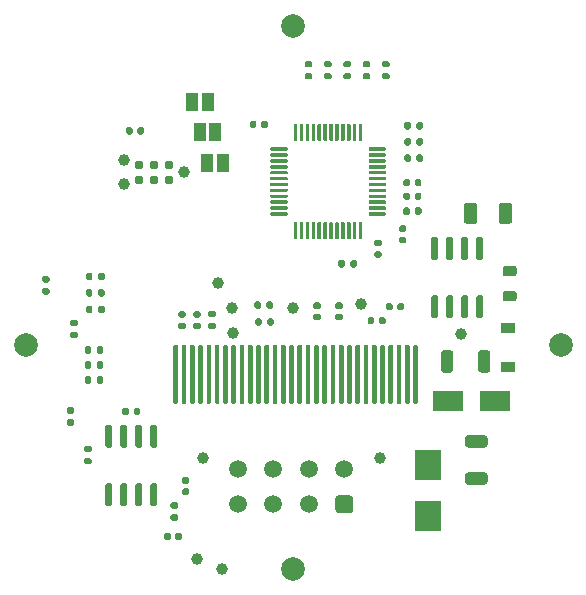
<source format=gbr>
%TF.GenerationSoftware,KiCad,Pcbnew,(5.1.10)-1*%
%TF.CreationDate,2022-02-14T20:34:47-05:00*%
%TF.ProjectId,CAN_Gauge,43414e5f-4761-4756-9765-2e6b69636164,rev?*%
%TF.SameCoordinates,Original*%
%TF.FileFunction,Soldermask,Top*%
%TF.FilePolarity,Negative*%
%FSLAX46Y46*%
G04 Gerber Fmt 4.6, Leading zero omitted, Abs format (unit mm)*
G04 Created by KiCad (PCBNEW (5.1.10)-1) date 2022-02-14 20:34:47*
%MOMM*%
%LPD*%
G01*
G04 APERTURE LIST*
%ADD10R,1.000000X1.500000*%
%ADD11C,1.000000*%
%ADD12C,0.787400*%
%ADD13C,0.990600*%
%ADD14R,1.200000X0.900000*%
%ADD15C,1.500000*%
%ADD16C,2.000000*%
%ADD17R,2.300000X2.500000*%
%ADD18R,2.500000X1.800000*%
G04 APERTURE END LIST*
%TO.C,C12*%
G36*
G01*
X119692800Y-80325000D02*
X119692800Y-80665000D01*
G75*
G02*
X119552800Y-80805000I-140000J0D01*
G01*
X119272800Y-80805000D01*
G75*
G02*
X119132800Y-80665000I0J140000D01*
G01*
X119132800Y-80325000D01*
G75*
G02*
X119272800Y-80185000I140000J0D01*
G01*
X119552800Y-80185000D01*
G75*
G02*
X119692800Y-80325000I0J-140000D01*
G01*
G37*
G36*
G01*
X120652800Y-80325000D02*
X120652800Y-80665000D01*
G75*
G02*
X120512800Y-80805000I-140000J0D01*
G01*
X120232800Y-80805000D01*
G75*
G02*
X120092800Y-80665000I0J140000D01*
G01*
X120092800Y-80325000D01*
G75*
G02*
X120232800Y-80185000I140000J0D01*
G01*
X120512800Y-80185000D01*
G75*
G02*
X120652800Y-80325000I0J-140000D01*
G01*
G37*
%TD*%
D10*
%TO.C,JP6*%
X127324600Y-83174700D03*
X126024600Y-83174700D03*
%TD*%
%TO.C,JP5*%
X126691900Y-80622000D03*
X125391900Y-80622000D03*
%TD*%
%TO.C,JP4*%
X124754600Y-78056600D03*
X126054600Y-78056600D03*
%TD*%
%TO.C,U1*%
G36*
G01*
X139150400Y-88287600D02*
X139150400Y-89612600D01*
G75*
G02*
X139075400Y-89687600I-75000J0D01*
G01*
X138925400Y-89687600D01*
G75*
G02*
X138850400Y-89612600I0J75000D01*
G01*
X138850400Y-88287600D01*
G75*
G02*
X138925400Y-88212600I75000J0D01*
G01*
X139075400Y-88212600D01*
G75*
G02*
X139150400Y-88287600I0J-75000D01*
G01*
G37*
G36*
G01*
X138650400Y-88287600D02*
X138650400Y-89612600D01*
G75*
G02*
X138575400Y-89687600I-75000J0D01*
G01*
X138425400Y-89687600D01*
G75*
G02*
X138350400Y-89612600I0J75000D01*
G01*
X138350400Y-88287600D01*
G75*
G02*
X138425400Y-88212600I75000J0D01*
G01*
X138575400Y-88212600D01*
G75*
G02*
X138650400Y-88287600I0J-75000D01*
G01*
G37*
G36*
G01*
X138150400Y-88287600D02*
X138150400Y-89612600D01*
G75*
G02*
X138075400Y-89687600I-75000J0D01*
G01*
X137925400Y-89687600D01*
G75*
G02*
X137850400Y-89612600I0J75000D01*
G01*
X137850400Y-88287600D01*
G75*
G02*
X137925400Y-88212600I75000J0D01*
G01*
X138075400Y-88212600D01*
G75*
G02*
X138150400Y-88287600I0J-75000D01*
G01*
G37*
G36*
G01*
X137650400Y-88287600D02*
X137650400Y-89612600D01*
G75*
G02*
X137575400Y-89687600I-75000J0D01*
G01*
X137425400Y-89687600D01*
G75*
G02*
X137350400Y-89612600I0J75000D01*
G01*
X137350400Y-88287600D01*
G75*
G02*
X137425400Y-88212600I75000J0D01*
G01*
X137575400Y-88212600D01*
G75*
G02*
X137650400Y-88287600I0J-75000D01*
G01*
G37*
G36*
G01*
X137150400Y-88287600D02*
X137150400Y-89612600D01*
G75*
G02*
X137075400Y-89687600I-75000J0D01*
G01*
X136925400Y-89687600D01*
G75*
G02*
X136850400Y-89612600I0J75000D01*
G01*
X136850400Y-88287600D01*
G75*
G02*
X136925400Y-88212600I75000J0D01*
G01*
X137075400Y-88212600D01*
G75*
G02*
X137150400Y-88287600I0J-75000D01*
G01*
G37*
G36*
G01*
X136650400Y-88287600D02*
X136650400Y-89612600D01*
G75*
G02*
X136575400Y-89687600I-75000J0D01*
G01*
X136425400Y-89687600D01*
G75*
G02*
X136350400Y-89612600I0J75000D01*
G01*
X136350400Y-88287600D01*
G75*
G02*
X136425400Y-88212600I75000J0D01*
G01*
X136575400Y-88212600D01*
G75*
G02*
X136650400Y-88287600I0J-75000D01*
G01*
G37*
G36*
G01*
X136150400Y-88287600D02*
X136150400Y-89612600D01*
G75*
G02*
X136075400Y-89687600I-75000J0D01*
G01*
X135925400Y-89687600D01*
G75*
G02*
X135850400Y-89612600I0J75000D01*
G01*
X135850400Y-88287600D01*
G75*
G02*
X135925400Y-88212600I75000J0D01*
G01*
X136075400Y-88212600D01*
G75*
G02*
X136150400Y-88287600I0J-75000D01*
G01*
G37*
G36*
G01*
X135650400Y-88287600D02*
X135650400Y-89612600D01*
G75*
G02*
X135575400Y-89687600I-75000J0D01*
G01*
X135425400Y-89687600D01*
G75*
G02*
X135350400Y-89612600I0J75000D01*
G01*
X135350400Y-88287600D01*
G75*
G02*
X135425400Y-88212600I75000J0D01*
G01*
X135575400Y-88212600D01*
G75*
G02*
X135650400Y-88287600I0J-75000D01*
G01*
G37*
G36*
G01*
X135150400Y-88287600D02*
X135150400Y-89612600D01*
G75*
G02*
X135075400Y-89687600I-75000J0D01*
G01*
X134925400Y-89687600D01*
G75*
G02*
X134850400Y-89612600I0J75000D01*
G01*
X134850400Y-88287600D01*
G75*
G02*
X134925400Y-88212600I75000J0D01*
G01*
X135075400Y-88212600D01*
G75*
G02*
X135150400Y-88287600I0J-75000D01*
G01*
G37*
G36*
G01*
X134650400Y-88287600D02*
X134650400Y-89612600D01*
G75*
G02*
X134575400Y-89687600I-75000J0D01*
G01*
X134425400Y-89687600D01*
G75*
G02*
X134350400Y-89612600I0J75000D01*
G01*
X134350400Y-88287600D01*
G75*
G02*
X134425400Y-88212600I75000J0D01*
G01*
X134575400Y-88212600D01*
G75*
G02*
X134650400Y-88287600I0J-75000D01*
G01*
G37*
G36*
G01*
X134150400Y-88287600D02*
X134150400Y-89612600D01*
G75*
G02*
X134075400Y-89687600I-75000J0D01*
G01*
X133925400Y-89687600D01*
G75*
G02*
X133850400Y-89612600I0J75000D01*
G01*
X133850400Y-88287600D01*
G75*
G02*
X133925400Y-88212600I75000J0D01*
G01*
X134075400Y-88212600D01*
G75*
G02*
X134150400Y-88287600I0J-75000D01*
G01*
G37*
G36*
G01*
X133650400Y-88287600D02*
X133650400Y-89612600D01*
G75*
G02*
X133575400Y-89687600I-75000J0D01*
G01*
X133425400Y-89687600D01*
G75*
G02*
X133350400Y-89612600I0J75000D01*
G01*
X133350400Y-88287600D01*
G75*
G02*
X133425400Y-88212600I75000J0D01*
G01*
X133575400Y-88212600D01*
G75*
G02*
X133650400Y-88287600I0J-75000D01*
G01*
G37*
G36*
G01*
X132825400Y-87462600D02*
X132825400Y-87612600D01*
G75*
G02*
X132750400Y-87687600I-75000J0D01*
G01*
X131425400Y-87687600D01*
G75*
G02*
X131350400Y-87612600I0J75000D01*
G01*
X131350400Y-87462600D01*
G75*
G02*
X131425400Y-87387600I75000J0D01*
G01*
X132750400Y-87387600D01*
G75*
G02*
X132825400Y-87462600I0J-75000D01*
G01*
G37*
G36*
G01*
X132825400Y-86962600D02*
X132825400Y-87112600D01*
G75*
G02*
X132750400Y-87187600I-75000J0D01*
G01*
X131425400Y-87187600D01*
G75*
G02*
X131350400Y-87112600I0J75000D01*
G01*
X131350400Y-86962600D01*
G75*
G02*
X131425400Y-86887600I75000J0D01*
G01*
X132750400Y-86887600D01*
G75*
G02*
X132825400Y-86962600I0J-75000D01*
G01*
G37*
G36*
G01*
X132825400Y-86462600D02*
X132825400Y-86612600D01*
G75*
G02*
X132750400Y-86687600I-75000J0D01*
G01*
X131425400Y-86687600D01*
G75*
G02*
X131350400Y-86612600I0J75000D01*
G01*
X131350400Y-86462600D01*
G75*
G02*
X131425400Y-86387600I75000J0D01*
G01*
X132750400Y-86387600D01*
G75*
G02*
X132825400Y-86462600I0J-75000D01*
G01*
G37*
G36*
G01*
X132825400Y-85962600D02*
X132825400Y-86112600D01*
G75*
G02*
X132750400Y-86187600I-75000J0D01*
G01*
X131425400Y-86187600D01*
G75*
G02*
X131350400Y-86112600I0J75000D01*
G01*
X131350400Y-85962600D01*
G75*
G02*
X131425400Y-85887600I75000J0D01*
G01*
X132750400Y-85887600D01*
G75*
G02*
X132825400Y-85962600I0J-75000D01*
G01*
G37*
G36*
G01*
X132825400Y-85462600D02*
X132825400Y-85612600D01*
G75*
G02*
X132750400Y-85687600I-75000J0D01*
G01*
X131425400Y-85687600D01*
G75*
G02*
X131350400Y-85612600I0J75000D01*
G01*
X131350400Y-85462600D01*
G75*
G02*
X131425400Y-85387600I75000J0D01*
G01*
X132750400Y-85387600D01*
G75*
G02*
X132825400Y-85462600I0J-75000D01*
G01*
G37*
G36*
G01*
X132825400Y-84962600D02*
X132825400Y-85112600D01*
G75*
G02*
X132750400Y-85187600I-75000J0D01*
G01*
X131425400Y-85187600D01*
G75*
G02*
X131350400Y-85112600I0J75000D01*
G01*
X131350400Y-84962600D01*
G75*
G02*
X131425400Y-84887600I75000J0D01*
G01*
X132750400Y-84887600D01*
G75*
G02*
X132825400Y-84962600I0J-75000D01*
G01*
G37*
G36*
G01*
X132825400Y-84462600D02*
X132825400Y-84612600D01*
G75*
G02*
X132750400Y-84687600I-75000J0D01*
G01*
X131425400Y-84687600D01*
G75*
G02*
X131350400Y-84612600I0J75000D01*
G01*
X131350400Y-84462600D01*
G75*
G02*
X131425400Y-84387600I75000J0D01*
G01*
X132750400Y-84387600D01*
G75*
G02*
X132825400Y-84462600I0J-75000D01*
G01*
G37*
G36*
G01*
X132825400Y-83962600D02*
X132825400Y-84112600D01*
G75*
G02*
X132750400Y-84187600I-75000J0D01*
G01*
X131425400Y-84187600D01*
G75*
G02*
X131350400Y-84112600I0J75000D01*
G01*
X131350400Y-83962600D01*
G75*
G02*
X131425400Y-83887600I75000J0D01*
G01*
X132750400Y-83887600D01*
G75*
G02*
X132825400Y-83962600I0J-75000D01*
G01*
G37*
G36*
G01*
X132825400Y-83462600D02*
X132825400Y-83612600D01*
G75*
G02*
X132750400Y-83687600I-75000J0D01*
G01*
X131425400Y-83687600D01*
G75*
G02*
X131350400Y-83612600I0J75000D01*
G01*
X131350400Y-83462600D01*
G75*
G02*
X131425400Y-83387600I75000J0D01*
G01*
X132750400Y-83387600D01*
G75*
G02*
X132825400Y-83462600I0J-75000D01*
G01*
G37*
G36*
G01*
X132825400Y-82962600D02*
X132825400Y-83112600D01*
G75*
G02*
X132750400Y-83187600I-75000J0D01*
G01*
X131425400Y-83187600D01*
G75*
G02*
X131350400Y-83112600I0J75000D01*
G01*
X131350400Y-82962600D01*
G75*
G02*
X131425400Y-82887600I75000J0D01*
G01*
X132750400Y-82887600D01*
G75*
G02*
X132825400Y-82962600I0J-75000D01*
G01*
G37*
G36*
G01*
X132825400Y-82462600D02*
X132825400Y-82612600D01*
G75*
G02*
X132750400Y-82687600I-75000J0D01*
G01*
X131425400Y-82687600D01*
G75*
G02*
X131350400Y-82612600I0J75000D01*
G01*
X131350400Y-82462600D01*
G75*
G02*
X131425400Y-82387600I75000J0D01*
G01*
X132750400Y-82387600D01*
G75*
G02*
X132825400Y-82462600I0J-75000D01*
G01*
G37*
G36*
G01*
X132825400Y-81962600D02*
X132825400Y-82112600D01*
G75*
G02*
X132750400Y-82187600I-75000J0D01*
G01*
X131425400Y-82187600D01*
G75*
G02*
X131350400Y-82112600I0J75000D01*
G01*
X131350400Y-81962600D01*
G75*
G02*
X131425400Y-81887600I75000J0D01*
G01*
X132750400Y-81887600D01*
G75*
G02*
X132825400Y-81962600I0J-75000D01*
G01*
G37*
G36*
G01*
X133650400Y-79962600D02*
X133650400Y-81287600D01*
G75*
G02*
X133575400Y-81362600I-75000J0D01*
G01*
X133425400Y-81362600D01*
G75*
G02*
X133350400Y-81287600I0J75000D01*
G01*
X133350400Y-79962600D01*
G75*
G02*
X133425400Y-79887600I75000J0D01*
G01*
X133575400Y-79887600D01*
G75*
G02*
X133650400Y-79962600I0J-75000D01*
G01*
G37*
G36*
G01*
X134150400Y-79962600D02*
X134150400Y-81287600D01*
G75*
G02*
X134075400Y-81362600I-75000J0D01*
G01*
X133925400Y-81362600D01*
G75*
G02*
X133850400Y-81287600I0J75000D01*
G01*
X133850400Y-79962600D01*
G75*
G02*
X133925400Y-79887600I75000J0D01*
G01*
X134075400Y-79887600D01*
G75*
G02*
X134150400Y-79962600I0J-75000D01*
G01*
G37*
G36*
G01*
X134650400Y-79962600D02*
X134650400Y-81287600D01*
G75*
G02*
X134575400Y-81362600I-75000J0D01*
G01*
X134425400Y-81362600D01*
G75*
G02*
X134350400Y-81287600I0J75000D01*
G01*
X134350400Y-79962600D01*
G75*
G02*
X134425400Y-79887600I75000J0D01*
G01*
X134575400Y-79887600D01*
G75*
G02*
X134650400Y-79962600I0J-75000D01*
G01*
G37*
G36*
G01*
X135150400Y-79962600D02*
X135150400Y-81287600D01*
G75*
G02*
X135075400Y-81362600I-75000J0D01*
G01*
X134925400Y-81362600D01*
G75*
G02*
X134850400Y-81287600I0J75000D01*
G01*
X134850400Y-79962600D01*
G75*
G02*
X134925400Y-79887600I75000J0D01*
G01*
X135075400Y-79887600D01*
G75*
G02*
X135150400Y-79962600I0J-75000D01*
G01*
G37*
G36*
G01*
X135650400Y-79962600D02*
X135650400Y-81287600D01*
G75*
G02*
X135575400Y-81362600I-75000J0D01*
G01*
X135425400Y-81362600D01*
G75*
G02*
X135350400Y-81287600I0J75000D01*
G01*
X135350400Y-79962600D01*
G75*
G02*
X135425400Y-79887600I75000J0D01*
G01*
X135575400Y-79887600D01*
G75*
G02*
X135650400Y-79962600I0J-75000D01*
G01*
G37*
G36*
G01*
X136150400Y-79962600D02*
X136150400Y-81287600D01*
G75*
G02*
X136075400Y-81362600I-75000J0D01*
G01*
X135925400Y-81362600D01*
G75*
G02*
X135850400Y-81287600I0J75000D01*
G01*
X135850400Y-79962600D01*
G75*
G02*
X135925400Y-79887600I75000J0D01*
G01*
X136075400Y-79887600D01*
G75*
G02*
X136150400Y-79962600I0J-75000D01*
G01*
G37*
G36*
G01*
X136650400Y-79962600D02*
X136650400Y-81287600D01*
G75*
G02*
X136575400Y-81362600I-75000J0D01*
G01*
X136425400Y-81362600D01*
G75*
G02*
X136350400Y-81287600I0J75000D01*
G01*
X136350400Y-79962600D01*
G75*
G02*
X136425400Y-79887600I75000J0D01*
G01*
X136575400Y-79887600D01*
G75*
G02*
X136650400Y-79962600I0J-75000D01*
G01*
G37*
G36*
G01*
X137150400Y-79962600D02*
X137150400Y-81287600D01*
G75*
G02*
X137075400Y-81362600I-75000J0D01*
G01*
X136925400Y-81362600D01*
G75*
G02*
X136850400Y-81287600I0J75000D01*
G01*
X136850400Y-79962600D01*
G75*
G02*
X136925400Y-79887600I75000J0D01*
G01*
X137075400Y-79887600D01*
G75*
G02*
X137150400Y-79962600I0J-75000D01*
G01*
G37*
G36*
G01*
X137650400Y-79962600D02*
X137650400Y-81287600D01*
G75*
G02*
X137575400Y-81362600I-75000J0D01*
G01*
X137425400Y-81362600D01*
G75*
G02*
X137350400Y-81287600I0J75000D01*
G01*
X137350400Y-79962600D01*
G75*
G02*
X137425400Y-79887600I75000J0D01*
G01*
X137575400Y-79887600D01*
G75*
G02*
X137650400Y-79962600I0J-75000D01*
G01*
G37*
G36*
G01*
X138150400Y-79962600D02*
X138150400Y-81287600D01*
G75*
G02*
X138075400Y-81362600I-75000J0D01*
G01*
X137925400Y-81362600D01*
G75*
G02*
X137850400Y-81287600I0J75000D01*
G01*
X137850400Y-79962600D01*
G75*
G02*
X137925400Y-79887600I75000J0D01*
G01*
X138075400Y-79887600D01*
G75*
G02*
X138150400Y-79962600I0J-75000D01*
G01*
G37*
G36*
G01*
X138650400Y-79962600D02*
X138650400Y-81287600D01*
G75*
G02*
X138575400Y-81362600I-75000J0D01*
G01*
X138425400Y-81362600D01*
G75*
G02*
X138350400Y-81287600I0J75000D01*
G01*
X138350400Y-79962600D01*
G75*
G02*
X138425400Y-79887600I75000J0D01*
G01*
X138575400Y-79887600D01*
G75*
G02*
X138650400Y-79962600I0J-75000D01*
G01*
G37*
G36*
G01*
X139150400Y-79962600D02*
X139150400Y-81287600D01*
G75*
G02*
X139075400Y-81362600I-75000J0D01*
G01*
X138925400Y-81362600D01*
G75*
G02*
X138850400Y-81287600I0J75000D01*
G01*
X138850400Y-79962600D01*
G75*
G02*
X138925400Y-79887600I75000J0D01*
G01*
X139075400Y-79887600D01*
G75*
G02*
X139150400Y-79962600I0J-75000D01*
G01*
G37*
G36*
G01*
X141150400Y-81962600D02*
X141150400Y-82112600D01*
G75*
G02*
X141075400Y-82187600I-75000J0D01*
G01*
X139750400Y-82187600D01*
G75*
G02*
X139675400Y-82112600I0J75000D01*
G01*
X139675400Y-81962600D01*
G75*
G02*
X139750400Y-81887600I75000J0D01*
G01*
X141075400Y-81887600D01*
G75*
G02*
X141150400Y-81962600I0J-75000D01*
G01*
G37*
G36*
G01*
X141150400Y-82462600D02*
X141150400Y-82612600D01*
G75*
G02*
X141075400Y-82687600I-75000J0D01*
G01*
X139750400Y-82687600D01*
G75*
G02*
X139675400Y-82612600I0J75000D01*
G01*
X139675400Y-82462600D01*
G75*
G02*
X139750400Y-82387600I75000J0D01*
G01*
X141075400Y-82387600D01*
G75*
G02*
X141150400Y-82462600I0J-75000D01*
G01*
G37*
G36*
G01*
X141150400Y-82962600D02*
X141150400Y-83112600D01*
G75*
G02*
X141075400Y-83187600I-75000J0D01*
G01*
X139750400Y-83187600D01*
G75*
G02*
X139675400Y-83112600I0J75000D01*
G01*
X139675400Y-82962600D01*
G75*
G02*
X139750400Y-82887600I75000J0D01*
G01*
X141075400Y-82887600D01*
G75*
G02*
X141150400Y-82962600I0J-75000D01*
G01*
G37*
G36*
G01*
X141150400Y-83462600D02*
X141150400Y-83612600D01*
G75*
G02*
X141075400Y-83687600I-75000J0D01*
G01*
X139750400Y-83687600D01*
G75*
G02*
X139675400Y-83612600I0J75000D01*
G01*
X139675400Y-83462600D01*
G75*
G02*
X139750400Y-83387600I75000J0D01*
G01*
X141075400Y-83387600D01*
G75*
G02*
X141150400Y-83462600I0J-75000D01*
G01*
G37*
G36*
G01*
X141150400Y-83962600D02*
X141150400Y-84112600D01*
G75*
G02*
X141075400Y-84187600I-75000J0D01*
G01*
X139750400Y-84187600D01*
G75*
G02*
X139675400Y-84112600I0J75000D01*
G01*
X139675400Y-83962600D01*
G75*
G02*
X139750400Y-83887600I75000J0D01*
G01*
X141075400Y-83887600D01*
G75*
G02*
X141150400Y-83962600I0J-75000D01*
G01*
G37*
G36*
G01*
X141150400Y-84462600D02*
X141150400Y-84612600D01*
G75*
G02*
X141075400Y-84687600I-75000J0D01*
G01*
X139750400Y-84687600D01*
G75*
G02*
X139675400Y-84612600I0J75000D01*
G01*
X139675400Y-84462600D01*
G75*
G02*
X139750400Y-84387600I75000J0D01*
G01*
X141075400Y-84387600D01*
G75*
G02*
X141150400Y-84462600I0J-75000D01*
G01*
G37*
G36*
G01*
X141150400Y-84962600D02*
X141150400Y-85112600D01*
G75*
G02*
X141075400Y-85187600I-75000J0D01*
G01*
X139750400Y-85187600D01*
G75*
G02*
X139675400Y-85112600I0J75000D01*
G01*
X139675400Y-84962600D01*
G75*
G02*
X139750400Y-84887600I75000J0D01*
G01*
X141075400Y-84887600D01*
G75*
G02*
X141150400Y-84962600I0J-75000D01*
G01*
G37*
G36*
G01*
X141150400Y-85462600D02*
X141150400Y-85612600D01*
G75*
G02*
X141075400Y-85687600I-75000J0D01*
G01*
X139750400Y-85687600D01*
G75*
G02*
X139675400Y-85612600I0J75000D01*
G01*
X139675400Y-85462600D01*
G75*
G02*
X139750400Y-85387600I75000J0D01*
G01*
X141075400Y-85387600D01*
G75*
G02*
X141150400Y-85462600I0J-75000D01*
G01*
G37*
G36*
G01*
X141150400Y-85962600D02*
X141150400Y-86112600D01*
G75*
G02*
X141075400Y-86187600I-75000J0D01*
G01*
X139750400Y-86187600D01*
G75*
G02*
X139675400Y-86112600I0J75000D01*
G01*
X139675400Y-85962600D01*
G75*
G02*
X139750400Y-85887600I75000J0D01*
G01*
X141075400Y-85887600D01*
G75*
G02*
X141150400Y-85962600I0J-75000D01*
G01*
G37*
G36*
G01*
X141150400Y-86462600D02*
X141150400Y-86612600D01*
G75*
G02*
X141075400Y-86687600I-75000J0D01*
G01*
X139750400Y-86687600D01*
G75*
G02*
X139675400Y-86612600I0J75000D01*
G01*
X139675400Y-86462600D01*
G75*
G02*
X139750400Y-86387600I75000J0D01*
G01*
X141075400Y-86387600D01*
G75*
G02*
X141150400Y-86462600I0J-75000D01*
G01*
G37*
G36*
G01*
X141150400Y-86962600D02*
X141150400Y-87112600D01*
G75*
G02*
X141075400Y-87187600I-75000J0D01*
G01*
X139750400Y-87187600D01*
G75*
G02*
X139675400Y-87112600I0J75000D01*
G01*
X139675400Y-86962600D01*
G75*
G02*
X139750400Y-86887600I75000J0D01*
G01*
X141075400Y-86887600D01*
G75*
G02*
X141150400Y-86962600I0J-75000D01*
G01*
G37*
G36*
G01*
X141150400Y-87462600D02*
X141150400Y-87612600D01*
G75*
G02*
X141075400Y-87687600I-75000J0D01*
G01*
X139750400Y-87687600D01*
G75*
G02*
X139675400Y-87612600I0J75000D01*
G01*
X139675400Y-87462600D01*
G75*
G02*
X139750400Y-87387600I75000J0D01*
G01*
X141075400Y-87387600D01*
G75*
G02*
X141150400Y-87462600I0J-75000D01*
G01*
G37*
%TD*%
%TO.C,C6*%
G36*
G01*
X142392300Y-89458000D02*
X142732300Y-89458000D01*
G75*
G02*
X142872300Y-89598000I0J-140000D01*
G01*
X142872300Y-89878000D01*
G75*
G02*
X142732300Y-90018000I-140000J0D01*
G01*
X142392300Y-90018000D01*
G75*
G02*
X142252300Y-89878000I0J140000D01*
G01*
X142252300Y-89598000D01*
G75*
G02*
X142392300Y-89458000I140000J0D01*
G01*
G37*
G36*
G01*
X142392300Y-88498000D02*
X142732300Y-88498000D01*
G75*
G02*
X142872300Y-88638000I0J-140000D01*
G01*
X142872300Y-88918000D01*
G75*
G02*
X142732300Y-89058000I-140000J0D01*
G01*
X142392300Y-89058000D01*
G75*
G02*
X142252300Y-88918000I0J140000D01*
G01*
X142252300Y-88638000D01*
G75*
G02*
X142392300Y-88498000I140000J0D01*
G01*
G37*
%TD*%
%TO.C,U4*%
G36*
G01*
X143454000Y-103513000D02*
X143454000Y-98713000D01*
G75*
G02*
X143554000Y-98613000I100000J0D01*
G01*
X143754000Y-98613000D01*
G75*
G02*
X143854000Y-98713000I0J-100000D01*
G01*
X143854000Y-103513000D01*
G75*
G02*
X143754000Y-103613000I-100000J0D01*
G01*
X143554000Y-103613000D01*
G75*
G02*
X143454000Y-103513000I0J100000D01*
G01*
G37*
G36*
G01*
X142754000Y-103513000D02*
X142754000Y-98713000D01*
G75*
G02*
X142854000Y-98613000I100000J0D01*
G01*
X143054000Y-98613000D01*
G75*
G02*
X143154000Y-98713000I0J-100000D01*
G01*
X143154000Y-103513000D01*
G75*
G02*
X143054000Y-103613000I-100000J0D01*
G01*
X142854000Y-103613000D01*
G75*
G02*
X142754000Y-103513000I0J100000D01*
G01*
G37*
G36*
G01*
X142054000Y-103513000D02*
X142054000Y-98713000D01*
G75*
G02*
X142154000Y-98613000I100000J0D01*
G01*
X142354000Y-98613000D01*
G75*
G02*
X142454000Y-98713000I0J-100000D01*
G01*
X142454000Y-103513000D01*
G75*
G02*
X142354000Y-103613000I-100000J0D01*
G01*
X142154000Y-103613000D01*
G75*
G02*
X142054000Y-103513000I0J100000D01*
G01*
G37*
G36*
G01*
X141354000Y-103513000D02*
X141354000Y-98713000D01*
G75*
G02*
X141454000Y-98613000I100000J0D01*
G01*
X141654000Y-98613000D01*
G75*
G02*
X141754000Y-98713000I0J-100000D01*
G01*
X141754000Y-103513000D01*
G75*
G02*
X141654000Y-103613000I-100000J0D01*
G01*
X141454000Y-103613000D01*
G75*
G02*
X141354000Y-103513000I0J100000D01*
G01*
G37*
G36*
G01*
X140654000Y-103513000D02*
X140654000Y-98713000D01*
G75*
G02*
X140754000Y-98613000I100000J0D01*
G01*
X140954000Y-98613000D01*
G75*
G02*
X141054000Y-98713000I0J-100000D01*
G01*
X141054000Y-103513000D01*
G75*
G02*
X140954000Y-103613000I-100000J0D01*
G01*
X140754000Y-103613000D01*
G75*
G02*
X140654000Y-103513000I0J100000D01*
G01*
G37*
G36*
G01*
X139954000Y-103513000D02*
X139954000Y-98713000D01*
G75*
G02*
X140054000Y-98613000I100000J0D01*
G01*
X140254000Y-98613000D01*
G75*
G02*
X140354000Y-98713000I0J-100000D01*
G01*
X140354000Y-103513000D01*
G75*
G02*
X140254000Y-103613000I-100000J0D01*
G01*
X140054000Y-103613000D01*
G75*
G02*
X139954000Y-103513000I0J100000D01*
G01*
G37*
G36*
G01*
X139254000Y-103513000D02*
X139254000Y-98713000D01*
G75*
G02*
X139354000Y-98613000I100000J0D01*
G01*
X139554000Y-98613000D01*
G75*
G02*
X139654000Y-98713000I0J-100000D01*
G01*
X139654000Y-103513000D01*
G75*
G02*
X139554000Y-103613000I-100000J0D01*
G01*
X139354000Y-103613000D01*
G75*
G02*
X139254000Y-103513000I0J100000D01*
G01*
G37*
G36*
G01*
X138554000Y-103513000D02*
X138554000Y-98713000D01*
G75*
G02*
X138654000Y-98613000I100000J0D01*
G01*
X138854000Y-98613000D01*
G75*
G02*
X138954000Y-98713000I0J-100000D01*
G01*
X138954000Y-103513000D01*
G75*
G02*
X138854000Y-103613000I-100000J0D01*
G01*
X138654000Y-103613000D01*
G75*
G02*
X138554000Y-103513000I0J100000D01*
G01*
G37*
G36*
G01*
X137854000Y-103513000D02*
X137854000Y-98713000D01*
G75*
G02*
X137954000Y-98613000I100000J0D01*
G01*
X138154000Y-98613000D01*
G75*
G02*
X138254000Y-98713000I0J-100000D01*
G01*
X138254000Y-103513000D01*
G75*
G02*
X138154000Y-103613000I-100000J0D01*
G01*
X137954000Y-103613000D01*
G75*
G02*
X137854000Y-103513000I0J100000D01*
G01*
G37*
G36*
G01*
X137154000Y-103513000D02*
X137154000Y-98713000D01*
G75*
G02*
X137254000Y-98613000I100000J0D01*
G01*
X137454000Y-98613000D01*
G75*
G02*
X137554000Y-98713000I0J-100000D01*
G01*
X137554000Y-103513000D01*
G75*
G02*
X137454000Y-103613000I-100000J0D01*
G01*
X137254000Y-103613000D01*
G75*
G02*
X137154000Y-103513000I0J100000D01*
G01*
G37*
G36*
G01*
X136454000Y-103513000D02*
X136454000Y-98713000D01*
G75*
G02*
X136554000Y-98613000I100000J0D01*
G01*
X136754000Y-98613000D01*
G75*
G02*
X136854000Y-98713000I0J-100000D01*
G01*
X136854000Y-103513000D01*
G75*
G02*
X136754000Y-103613000I-100000J0D01*
G01*
X136554000Y-103613000D01*
G75*
G02*
X136454000Y-103513000I0J100000D01*
G01*
G37*
G36*
G01*
X135754000Y-103513000D02*
X135754000Y-98713000D01*
G75*
G02*
X135854000Y-98613000I100000J0D01*
G01*
X136054000Y-98613000D01*
G75*
G02*
X136154000Y-98713000I0J-100000D01*
G01*
X136154000Y-103513000D01*
G75*
G02*
X136054000Y-103613000I-100000J0D01*
G01*
X135854000Y-103613000D01*
G75*
G02*
X135754000Y-103513000I0J100000D01*
G01*
G37*
G36*
G01*
X135054000Y-103513000D02*
X135054000Y-98713000D01*
G75*
G02*
X135154000Y-98613000I100000J0D01*
G01*
X135354000Y-98613000D01*
G75*
G02*
X135454000Y-98713000I0J-100000D01*
G01*
X135454000Y-103513000D01*
G75*
G02*
X135354000Y-103613000I-100000J0D01*
G01*
X135154000Y-103613000D01*
G75*
G02*
X135054000Y-103513000I0J100000D01*
G01*
G37*
G36*
G01*
X134354000Y-103513000D02*
X134354000Y-98713000D01*
G75*
G02*
X134454000Y-98613000I100000J0D01*
G01*
X134654000Y-98613000D01*
G75*
G02*
X134754000Y-98713000I0J-100000D01*
G01*
X134754000Y-103513000D01*
G75*
G02*
X134654000Y-103613000I-100000J0D01*
G01*
X134454000Y-103613000D01*
G75*
G02*
X134354000Y-103513000I0J100000D01*
G01*
G37*
G36*
G01*
X133654000Y-103513000D02*
X133654000Y-98713000D01*
G75*
G02*
X133754000Y-98613000I100000J0D01*
G01*
X133954000Y-98613000D01*
G75*
G02*
X134054000Y-98713000I0J-100000D01*
G01*
X134054000Y-103513000D01*
G75*
G02*
X133954000Y-103613000I-100000J0D01*
G01*
X133754000Y-103613000D01*
G75*
G02*
X133654000Y-103513000I0J100000D01*
G01*
G37*
G36*
G01*
X132954000Y-103513000D02*
X132954000Y-98713000D01*
G75*
G02*
X133054000Y-98613000I100000J0D01*
G01*
X133254000Y-98613000D01*
G75*
G02*
X133354000Y-98713000I0J-100000D01*
G01*
X133354000Y-103513000D01*
G75*
G02*
X133254000Y-103613000I-100000J0D01*
G01*
X133054000Y-103613000D01*
G75*
G02*
X132954000Y-103513000I0J100000D01*
G01*
G37*
G36*
G01*
X132254000Y-103513000D02*
X132254000Y-98713000D01*
G75*
G02*
X132354000Y-98613000I100000J0D01*
G01*
X132554000Y-98613000D01*
G75*
G02*
X132654000Y-98713000I0J-100000D01*
G01*
X132654000Y-103513000D01*
G75*
G02*
X132554000Y-103613000I-100000J0D01*
G01*
X132354000Y-103613000D01*
G75*
G02*
X132254000Y-103513000I0J100000D01*
G01*
G37*
G36*
G01*
X131554000Y-103513000D02*
X131554000Y-98713000D01*
G75*
G02*
X131654000Y-98613000I100000J0D01*
G01*
X131854000Y-98613000D01*
G75*
G02*
X131954000Y-98713000I0J-100000D01*
G01*
X131954000Y-103513000D01*
G75*
G02*
X131854000Y-103613000I-100000J0D01*
G01*
X131654000Y-103613000D01*
G75*
G02*
X131554000Y-103513000I0J100000D01*
G01*
G37*
G36*
G01*
X130854000Y-103513000D02*
X130854000Y-98713000D01*
G75*
G02*
X130954000Y-98613000I100000J0D01*
G01*
X131154000Y-98613000D01*
G75*
G02*
X131254000Y-98713000I0J-100000D01*
G01*
X131254000Y-103513000D01*
G75*
G02*
X131154000Y-103613000I-100000J0D01*
G01*
X130954000Y-103613000D01*
G75*
G02*
X130854000Y-103513000I0J100000D01*
G01*
G37*
G36*
G01*
X130154000Y-103513000D02*
X130154000Y-98713000D01*
G75*
G02*
X130254000Y-98613000I100000J0D01*
G01*
X130454000Y-98613000D01*
G75*
G02*
X130554000Y-98713000I0J-100000D01*
G01*
X130554000Y-103513000D01*
G75*
G02*
X130454000Y-103613000I-100000J0D01*
G01*
X130254000Y-103613000D01*
G75*
G02*
X130154000Y-103513000I0J100000D01*
G01*
G37*
G36*
G01*
X129454000Y-103513000D02*
X129454000Y-98713000D01*
G75*
G02*
X129554000Y-98613000I100000J0D01*
G01*
X129754000Y-98613000D01*
G75*
G02*
X129854000Y-98713000I0J-100000D01*
G01*
X129854000Y-103513000D01*
G75*
G02*
X129754000Y-103613000I-100000J0D01*
G01*
X129554000Y-103613000D01*
G75*
G02*
X129454000Y-103513000I0J100000D01*
G01*
G37*
G36*
G01*
X128754000Y-103513000D02*
X128754000Y-98713000D01*
G75*
G02*
X128854000Y-98613000I100000J0D01*
G01*
X129054000Y-98613000D01*
G75*
G02*
X129154000Y-98713000I0J-100000D01*
G01*
X129154000Y-103513000D01*
G75*
G02*
X129054000Y-103613000I-100000J0D01*
G01*
X128854000Y-103613000D01*
G75*
G02*
X128754000Y-103513000I0J100000D01*
G01*
G37*
G36*
G01*
X128054000Y-103513000D02*
X128054000Y-98713000D01*
G75*
G02*
X128154000Y-98613000I100000J0D01*
G01*
X128354000Y-98613000D01*
G75*
G02*
X128454000Y-98713000I0J-100000D01*
G01*
X128454000Y-103513000D01*
G75*
G02*
X128354000Y-103613000I-100000J0D01*
G01*
X128154000Y-103613000D01*
G75*
G02*
X128054000Y-103513000I0J100000D01*
G01*
G37*
G36*
G01*
X127354000Y-103513000D02*
X127354000Y-98713000D01*
G75*
G02*
X127454000Y-98613000I100000J0D01*
G01*
X127654000Y-98613000D01*
G75*
G02*
X127754000Y-98713000I0J-100000D01*
G01*
X127754000Y-103513000D01*
G75*
G02*
X127654000Y-103613000I-100000J0D01*
G01*
X127454000Y-103613000D01*
G75*
G02*
X127354000Y-103513000I0J100000D01*
G01*
G37*
G36*
G01*
X126654000Y-103513000D02*
X126654000Y-98713000D01*
G75*
G02*
X126754000Y-98613000I100000J0D01*
G01*
X126954000Y-98613000D01*
G75*
G02*
X127054000Y-98713000I0J-100000D01*
G01*
X127054000Y-103513000D01*
G75*
G02*
X126954000Y-103613000I-100000J0D01*
G01*
X126754000Y-103613000D01*
G75*
G02*
X126654000Y-103513000I0J100000D01*
G01*
G37*
G36*
G01*
X125954000Y-103513000D02*
X125954000Y-98713000D01*
G75*
G02*
X126054000Y-98613000I100000J0D01*
G01*
X126254000Y-98613000D01*
G75*
G02*
X126354000Y-98713000I0J-100000D01*
G01*
X126354000Y-103513000D01*
G75*
G02*
X126254000Y-103613000I-100000J0D01*
G01*
X126054000Y-103613000D01*
G75*
G02*
X125954000Y-103513000I0J100000D01*
G01*
G37*
G36*
G01*
X125254000Y-103513000D02*
X125254000Y-98713000D01*
G75*
G02*
X125354000Y-98613000I100000J0D01*
G01*
X125554000Y-98613000D01*
G75*
G02*
X125654000Y-98713000I0J-100000D01*
G01*
X125654000Y-103513000D01*
G75*
G02*
X125554000Y-103613000I-100000J0D01*
G01*
X125354000Y-103613000D01*
G75*
G02*
X125254000Y-103513000I0J100000D01*
G01*
G37*
G36*
G01*
X124554000Y-103513000D02*
X124554000Y-98713000D01*
G75*
G02*
X124654000Y-98613000I100000J0D01*
G01*
X124854000Y-98613000D01*
G75*
G02*
X124954000Y-98713000I0J-100000D01*
G01*
X124954000Y-103513000D01*
G75*
G02*
X124854000Y-103613000I-100000J0D01*
G01*
X124654000Y-103613000D01*
G75*
G02*
X124554000Y-103513000I0J100000D01*
G01*
G37*
G36*
G01*
X123854000Y-103513000D02*
X123854000Y-98713000D01*
G75*
G02*
X123954000Y-98613000I100000J0D01*
G01*
X124154000Y-98613000D01*
G75*
G02*
X124254000Y-98713000I0J-100000D01*
G01*
X124254000Y-103513000D01*
G75*
G02*
X124154000Y-103613000I-100000J0D01*
G01*
X123954000Y-103613000D01*
G75*
G02*
X123854000Y-103513000I0J100000D01*
G01*
G37*
G36*
G01*
X123154000Y-103513000D02*
X123154000Y-98713000D01*
G75*
G02*
X123254000Y-98613000I100000J0D01*
G01*
X123454000Y-98613000D01*
G75*
G02*
X123554000Y-98713000I0J-100000D01*
G01*
X123554000Y-103513000D01*
G75*
G02*
X123454000Y-103613000I-100000J0D01*
G01*
X123254000Y-103613000D01*
G75*
G02*
X123154000Y-103513000I0J100000D01*
G01*
G37*
%TD*%
D11*
%TO.C,TP7*%
X138993600Y-95176200D03*
%TD*%
%TO.C,TP2*%
X133240500Y-95519100D03*
%TD*%
%TO.C,TP8*%
X128084300Y-95455600D03*
%TD*%
%TO.C,C10*%
G36*
G01*
X148946300Y-100714901D02*
X148946300Y-99314899D01*
G75*
G02*
X149196299Y-99064900I249999J0D01*
G01*
X149746301Y-99064900D01*
G75*
G02*
X149996300Y-99314899I0J-249999D01*
G01*
X149996300Y-100714901D01*
G75*
G02*
X149746301Y-100964900I-249999J0D01*
G01*
X149196299Y-100964900D01*
G75*
G02*
X148946300Y-100714901I0J249999D01*
G01*
G37*
G36*
G01*
X145796300Y-100714901D02*
X145796300Y-99314899D01*
G75*
G02*
X146046299Y-99064900I249999J0D01*
G01*
X146596301Y-99064900D01*
G75*
G02*
X146846300Y-99314899I0J-249999D01*
G01*
X146846300Y-100714901D01*
G75*
G02*
X146596301Y-100964900I-249999J0D01*
G01*
X146046299Y-100964900D01*
G75*
G02*
X145796300Y-100714901I0J249999D01*
G01*
G37*
%TD*%
D12*
%TO.C,J1*%
X120197600Y-84635200D03*
X120197600Y-83365200D03*
X121467600Y-84635200D03*
X121467600Y-83365200D03*
X122737600Y-84635200D03*
X122737600Y-83365200D03*
D13*
X124007600Y-84000200D03*
X118927600Y-82984200D03*
X118927600Y-85016200D03*
%TD*%
D11*
%TO.C,TP6*%
X128236700Y-97601900D03*
%TD*%
%TO.C,C17*%
G36*
G01*
X123710600Y-96722400D02*
X124050600Y-96722400D01*
G75*
G02*
X124190600Y-96862400I0J-140000D01*
G01*
X124190600Y-97142400D01*
G75*
G02*
X124050600Y-97282400I-140000J0D01*
G01*
X123710600Y-97282400D01*
G75*
G02*
X123570600Y-97142400I0J140000D01*
G01*
X123570600Y-96862400D01*
G75*
G02*
X123710600Y-96722400I140000J0D01*
G01*
G37*
G36*
G01*
X123710600Y-95762400D02*
X124050600Y-95762400D01*
G75*
G02*
X124190600Y-95902400I0J-140000D01*
G01*
X124190600Y-96182400D01*
G75*
G02*
X124050600Y-96322400I-140000J0D01*
G01*
X123710600Y-96322400D01*
G75*
G02*
X123570600Y-96182400I0J140000D01*
G01*
X123570600Y-95902400D01*
G75*
G02*
X123710600Y-95762400I140000J0D01*
G01*
G37*
%TD*%
%TO.C,R24*%
G36*
G01*
X131105600Y-96859800D02*
X131105600Y-96489800D01*
G75*
G02*
X131240600Y-96354800I135000J0D01*
G01*
X131510600Y-96354800D01*
G75*
G02*
X131645600Y-96489800I0J-135000D01*
G01*
X131645600Y-96859800D01*
G75*
G02*
X131510600Y-96994800I-135000J0D01*
G01*
X131240600Y-96994800D01*
G75*
G02*
X131105600Y-96859800I0J135000D01*
G01*
G37*
G36*
G01*
X130085600Y-96859800D02*
X130085600Y-96489800D01*
G75*
G02*
X130220600Y-96354800I135000J0D01*
G01*
X130490600Y-96354800D01*
G75*
G02*
X130625600Y-96489800I0J-135000D01*
G01*
X130625600Y-96859800D01*
G75*
G02*
X130490600Y-96994800I-135000J0D01*
G01*
X130220600Y-96994800D01*
G75*
G02*
X130085600Y-96859800I0J135000D01*
G01*
G37*
%TD*%
%TO.C,TP1*%
X126903200Y-93360100D03*
%TD*%
%TO.C,TP5*%
X125150600Y-116766200D03*
%TD*%
%TO.C,TP4*%
X127233400Y-117604400D03*
%TD*%
%TO.C,TP3*%
X147540700Y-97716200D03*
%TD*%
%TO.C,R20*%
G36*
G01*
X123035200Y-112967600D02*
X123405200Y-112967600D01*
G75*
G02*
X123540200Y-113102600I0J-135000D01*
G01*
X123540200Y-113372600D01*
G75*
G02*
X123405200Y-113507600I-135000J0D01*
G01*
X123035200Y-113507600D01*
G75*
G02*
X122900200Y-113372600I0J135000D01*
G01*
X122900200Y-113102600D01*
G75*
G02*
X123035200Y-112967600I135000J0D01*
G01*
G37*
G36*
G01*
X123035200Y-111947600D02*
X123405200Y-111947600D01*
G75*
G02*
X123540200Y-112082600I0J-135000D01*
G01*
X123540200Y-112352600D01*
G75*
G02*
X123405200Y-112487600I-135000J0D01*
G01*
X123035200Y-112487600D01*
G75*
G02*
X122900200Y-112352600I0J135000D01*
G01*
X122900200Y-112082600D01*
G75*
G02*
X123035200Y-111947600I135000J0D01*
G01*
G37*
%TD*%
%TO.C,L1*%
G36*
G01*
X151998650Y-92798600D02*
X151236150Y-92798600D01*
G75*
G02*
X151017400Y-92579850I0J218750D01*
G01*
X151017400Y-92142350D01*
G75*
G02*
X151236150Y-91923600I218750J0D01*
G01*
X151998650Y-91923600D01*
G75*
G02*
X152217400Y-92142350I0J-218750D01*
G01*
X152217400Y-92579850D01*
G75*
G02*
X151998650Y-92798600I-218750J0D01*
G01*
G37*
G36*
G01*
X151998650Y-94923600D02*
X151236150Y-94923600D01*
G75*
G02*
X151017400Y-94704850I0J218750D01*
G01*
X151017400Y-94267350D01*
G75*
G02*
X151236150Y-94048600I218750J0D01*
G01*
X151998650Y-94048600D01*
G75*
G02*
X152217400Y-94267350I0J-218750D01*
G01*
X152217400Y-94704850D01*
G75*
G02*
X151998650Y-94923600I-218750J0D01*
G01*
G37*
%TD*%
%TO.C,C11*%
G36*
G01*
X148888600Y-86829999D02*
X148888600Y-88130001D01*
G75*
G02*
X148638601Y-88380000I-249999J0D01*
G01*
X147988599Y-88380000D01*
G75*
G02*
X147738600Y-88130001I0J249999D01*
G01*
X147738600Y-86829999D01*
G75*
G02*
X147988599Y-86580000I249999J0D01*
G01*
X148638601Y-86580000D01*
G75*
G02*
X148888600Y-86829999I0J-249999D01*
G01*
G37*
G36*
G01*
X151838600Y-86829999D02*
X151838600Y-88130001D01*
G75*
G02*
X151588601Y-88380000I-249999J0D01*
G01*
X150938599Y-88380000D01*
G75*
G02*
X150688600Y-88130001I0J249999D01*
G01*
X150688600Y-86829999D01*
G75*
G02*
X150938599Y-86580000I249999J0D01*
G01*
X151588601Y-86580000D01*
G75*
G02*
X151838600Y-86829999I0J-249999D01*
G01*
G37*
%TD*%
D14*
%TO.C,D12*%
X151439600Y-100458400D03*
X151439600Y-97158400D03*
%TD*%
%TO.C,U3*%
G36*
G01*
X148927400Y-94415600D02*
X149227400Y-94415600D01*
G75*
G02*
X149377400Y-94565600I0J-150000D01*
G01*
X149377400Y-96215600D01*
G75*
G02*
X149227400Y-96365600I-150000J0D01*
G01*
X148927400Y-96365600D01*
G75*
G02*
X148777400Y-96215600I0J150000D01*
G01*
X148777400Y-94565600D01*
G75*
G02*
X148927400Y-94415600I150000J0D01*
G01*
G37*
G36*
G01*
X147657400Y-94415600D02*
X147957400Y-94415600D01*
G75*
G02*
X148107400Y-94565600I0J-150000D01*
G01*
X148107400Y-96215600D01*
G75*
G02*
X147957400Y-96365600I-150000J0D01*
G01*
X147657400Y-96365600D01*
G75*
G02*
X147507400Y-96215600I0J150000D01*
G01*
X147507400Y-94565600D01*
G75*
G02*
X147657400Y-94415600I150000J0D01*
G01*
G37*
G36*
G01*
X146387400Y-94415600D02*
X146687400Y-94415600D01*
G75*
G02*
X146837400Y-94565600I0J-150000D01*
G01*
X146837400Y-96215600D01*
G75*
G02*
X146687400Y-96365600I-150000J0D01*
G01*
X146387400Y-96365600D01*
G75*
G02*
X146237400Y-96215600I0J150000D01*
G01*
X146237400Y-94565600D01*
G75*
G02*
X146387400Y-94415600I150000J0D01*
G01*
G37*
G36*
G01*
X145117400Y-94415600D02*
X145417400Y-94415600D01*
G75*
G02*
X145567400Y-94565600I0J-150000D01*
G01*
X145567400Y-96215600D01*
G75*
G02*
X145417400Y-96365600I-150000J0D01*
G01*
X145117400Y-96365600D01*
G75*
G02*
X144967400Y-96215600I0J150000D01*
G01*
X144967400Y-94565600D01*
G75*
G02*
X145117400Y-94415600I150000J0D01*
G01*
G37*
G36*
G01*
X145117400Y-89465600D02*
X145417400Y-89465600D01*
G75*
G02*
X145567400Y-89615600I0J-150000D01*
G01*
X145567400Y-91265600D01*
G75*
G02*
X145417400Y-91415600I-150000J0D01*
G01*
X145117400Y-91415600D01*
G75*
G02*
X144967400Y-91265600I0J150000D01*
G01*
X144967400Y-89615600D01*
G75*
G02*
X145117400Y-89465600I150000J0D01*
G01*
G37*
G36*
G01*
X146387400Y-89465600D02*
X146687400Y-89465600D01*
G75*
G02*
X146837400Y-89615600I0J-150000D01*
G01*
X146837400Y-91265600D01*
G75*
G02*
X146687400Y-91415600I-150000J0D01*
G01*
X146387400Y-91415600D01*
G75*
G02*
X146237400Y-91265600I0J150000D01*
G01*
X146237400Y-89615600D01*
G75*
G02*
X146387400Y-89465600I150000J0D01*
G01*
G37*
G36*
G01*
X147657400Y-89465600D02*
X147957400Y-89465600D01*
G75*
G02*
X148107400Y-89615600I0J-150000D01*
G01*
X148107400Y-91265600D01*
G75*
G02*
X147957400Y-91415600I-150000J0D01*
G01*
X147657400Y-91415600D01*
G75*
G02*
X147507400Y-91265600I0J150000D01*
G01*
X147507400Y-89615600D01*
G75*
G02*
X147657400Y-89465600I150000J0D01*
G01*
G37*
G36*
G01*
X148927400Y-89465600D02*
X149227400Y-89465600D01*
G75*
G02*
X149377400Y-89615600I0J-150000D01*
G01*
X149377400Y-91265600D01*
G75*
G02*
X149227400Y-91415600I-150000J0D01*
G01*
X148927400Y-91415600D01*
G75*
G02*
X148777400Y-91265600I0J150000D01*
G01*
X148777400Y-89615600D01*
G75*
G02*
X148927400Y-89465600I150000J0D01*
G01*
G37*
%TD*%
%TO.C,L2*%
G36*
G01*
X143195800Y-87129700D02*
X143195800Y-87474700D01*
G75*
G02*
X143048300Y-87622200I-147500J0D01*
G01*
X142753300Y-87622200D01*
G75*
G02*
X142605800Y-87474700I0J147500D01*
G01*
X142605800Y-87129700D01*
G75*
G02*
X142753300Y-86982200I147500J0D01*
G01*
X143048300Y-86982200D01*
G75*
G02*
X143195800Y-87129700I0J-147500D01*
G01*
G37*
G36*
G01*
X144165800Y-87129700D02*
X144165800Y-87474700D01*
G75*
G02*
X144018300Y-87622200I-147500J0D01*
G01*
X143723300Y-87622200D01*
G75*
G02*
X143575800Y-87474700I0J147500D01*
G01*
X143575800Y-87129700D01*
G75*
G02*
X143723300Y-86982200I147500J0D01*
G01*
X144018300Y-86982200D01*
G75*
G02*
X144165800Y-87129700I0J-147500D01*
G01*
G37*
%TD*%
D15*
%TO.C,J2*%
X128622000Y-109118000D03*
X131622000Y-109118000D03*
X134622000Y-109118000D03*
X137622000Y-109118000D03*
X128622000Y-112118000D03*
X131622000Y-112118000D03*
X134622000Y-112118000D03*
G36*
G01*
X138372000Y-111618000D02*
X138372000Y-112618000D01*
G75*
G02*
X138122000Y-112868000I-250000J0D01*
G01*
X137122000Y-112868000D01*
G75*
G02*
X136872000Y-112618000I0J250000D01*
G01*
X136872000Y-111618000D01*
G75*
G02*
X137122000Y-111368000I250000J0D01*
G01*
X138122000Y-111368000D01*
G75*
G02*
X138372000Y-111618000I0J-250000D01*
G01*
G37*
D11*
X125622000Y-108178000D03*
X140622000Y-108178000D03*
%TD*%
D16*
%TO.C,H4*%
X133304000Y-71592000D03*
%TD*%
%TO.C,R30*%
G36*
G01*
X114642200Y-104435800D02*
X114272200Y-104435800D01*
G75*
G02*
X114137200Y-104300800I0J135000D01*
G01*
X114137200Y-104030800D01*
G75*
G02*
X114272200Y-103895800I135000J0D01*
G01*
X114642200Y-103895800D01*
G75*
G02*
X114777200Y-104030800I0J-135000D01*
G01*
X114777200Y-104300800D01*
G75*
G02*
X114642200Y-104435800I-135000J0D01*
G01*
G37*
G36*
G01*
X114642200Y-105455800D02*
X114272200Y-105455800D01*
G75*
G02*
X114137200Y-105320800I0J135000D01*
G01*
X114137200Y-105050800D01*
G75*
G02*
X114272200Y-104915800I135000J0D01*
G01*
X114642200Y-104915800D01*
G75*
G02*
X114777200Y-105050800I0J-135000D01*
G01*
X114777200Y-105320800D01*
G75*
G02*
X114642200Y-105455800I-135000J0D01*
G01*
G37*
%TD*%
%TO.C,R29*%
G36*
G01*
X112164000Y-93816000D02*
X112534000Y-93816000D01*
G75*
G02*
X112669000Y-93951000I0J-135000D01*
G01*
X112669000Y-94221000D01*
G75*
G02*
X112534000Y-94356000I-135000J0D01*
G01*
X112164000Y-94356000D01*
G75*
G02*
X112029000Y-94221000I0J135000D01*
G01*
X112029000Y-93951000D01*
G75*
G02*
X112164000Y-93816000I135000J0D01*
G01*
G37*
G36*
G01*
X112164000Y-92796000D02*
X112534000Y-92796000D01*
G75*
G02*
X112669000Y-92931000I0J-135000D01*
G01*
X112669000Y-93201000D01*
G75*
G02*
X112534000Y-93336000I-135000J0D01*
G01*
X112164000Y-93336000D01*
G75*
G02*
X112029000Y-93201000I0J135000D01*
G01*
X112029000Y-92931000D01*
G75*
G02*
X112164000Y-92796000I135000J0D01*
G01*
G37*
%TD*%
%TO.C,R21*%
G36*
G01*
X134401700Y-75604200D02*
X134771700Y-75604200D01*
G75*
G02*
X134906700Y-75739200I0J-135000D01*
G01*
X134906700Y-76009200D01*
G75*
G02*
X134771700Y-76144200I-135000J0D01*
G01*
X134401700Y-76144200D01*
G75*
G02*
X134266700Y-76009200I0J135000D01*
G01*
X134266700Y-75739200D01*
G75*
G02*
X134401700Y-75604200I135000J0D01*
G01*
G37*
G36*
G01*
X134401700Y-74584200D02*
X134771700Y-74584200D01*
G75*
G02*
X134906700Y-74719200I0J-135000D01*
G01*
X134906700Y-74989200D01*
G75*
G02*
X134771700Y-75124200I-135000J0D01*
G01*
X134401700Y-75124200D01*
G75*
G02*
X134266700Y-74989200I0J135000D01*
G01*
X134266700Y-74719200D01*
G75*
G02*
X134401700Y-74584200I135000J0D01*
G01*
G37*
%TD*%
%TO.C,H3*%
X155954578Y-98585908D03*
%TD*%
%TO.C,H2*%
X110653422Y-98585908D03*
%TD*%
%TO.C,H1*%
X133304000Y-117592000D03*
%TD*%
D17*
%TO.C,D22*%
X144734000Y-113125000D03*
X144734000Y-108825000D03*
%TD*%
%TO.C,C9*%
G36*
G01*
X148097999Y-109408800D02*
X149498001Y-109408800D01*
G75*
G02*
X149748000Y-109658799I0J-249999D01*
G01*
X149748000Y-110208801D01*
G75*
G02*
X149498001Y-110458800I-249999J0D01*
G01*
X148097999Y-110458800D01*
G75*
G02*
X147848000Y-110208801I0J249999D01*
G01*
X147848000Y-109658799D01*
G75*
G02*
X148097999Y-109408800I249999J0D01*
G01*
G37*
G36*
G01*
X148097999Y-106258800D02*
X149498001Y-106258800D01*
G75*
G02*
X149748000Y-106508799I0J-249999D01*
G01*
X149748000Y-107058801D01*
G75*
G02*
X149498001Y-107308800I-249999J0D01*
G01*
X148097999Y-107308800D01*
G75*
G02*
X147848000Y-107058801I0J249999D01*
G01*
X147848000Y-106508799D01*
G75*
G02*
X148097999Y-106258800I249999J0D01*
G01*
G37*
%TD*%
%TO.C,R26*%
G36*
G01*
X126235600Y-96762400D02*
X126605600Y-96762400D01*
G75*
G02*
X126740600Y-96897400I0J-135000D01*
G01*
X126740600Y-97167400D01*
G75*
G02*
X126605600Y-97302400I-135000J0D01*
G01*
X126235600Y-97302400D01*
G75*
G02*
X126100600Y-97167400I0J135000D01*
G01*
X126100600Y-96897400D01*
G75*
G02*
X126235600Y-96762400I135000J0D01*
G01*
G37*
G36*
G01*
X126235600Y-95742400D02*
X126605600Y-95742400D01*
G75*
G02*
X126740600Y-95877400I0J-135000D01*
G01*
X126740600Y-96147400D01*
G75*
G02*
X126605600Y-96282400I-135000J0D01*
G01*
X126235600Y-96282400D01*
G75*
G02*
X126100600Y-96147400I0J135000D01*
G01*
X126100600Y-95877400D01*
G75*
G02*
X126235600Y-95742400I135000J0D01*
G01*
G37*
%TD*%
%TO.C,R25*%
G36*
G01*
X130549400Y-95067400D02*
X130549400Y-95437400D01*
G75*
G02*
X130414400Y-95572400I-135000J0D01*
G01*
X130144400Y-95572400D01*
G75*
G02*
X130009400Y-95437400I0J135000D01*
G01*
X130009400Y-95067400D01*
G75*
G02*
X130144400Y-94932400I135000J0D01*
G01*
X130414400Y-94932400D01*
G75*
G02*
X130549400Y-95067400I0J-135000D01*
G01*
G37*
G36*
G01*
X131569400Y-95067400D02*
X131569400Y-95437400D01*
G75*
G02*
X131434400Y-95572400I-135000J0D01*
G01*
X131164400Y-95572400D01*
G75*
G02*
X131029400Y-95437400I0J135000D01*
G01*
X131029400Y-95067400D01*
G75*
G02*
X131164400Y-94932400I135000J0D01*
G01*
X131434400Y-94932400D01*
G75*
G02*
X131569400Y-95067400I0J-135000D01*
G01*
G37*
%TD*%
%TO.C,C18*%
G36*
G01*
X142114600Y-95562100D02*
X142114600Y-95222100D01*
G75*
G02*
X142254600Y-95082100I140000J0D01*
G01*
X142534600Y-95082100D01*
G75*
G02*
X142674600Y-95222100I0J-140000D01*
G01*
X142674600Y-95562100D01*
G75*
G02*
X142534600Y-95702100I-140000J0D01*
G01*
X142254600Y-95702100D01*
G75*
G02*
X142114600Y-95562100I0J140000D01*
G01*
G37*
G36*
G01*
X141154600Y-95562100D02*
X141154600Y-95222100D01*
G75*
G02*
X141294600Y-95082100I140000J0D01*
G01*
X141574600Y-95082100D01*
G75*
G02*
X141714600Y-95222100I0J-140000D01*
G01*
X141714600Y-95562100D01*
G75*
G02*
X141574600Y-95702100I-140000J0D01*
G01*
X141294600Y-95702100D01*
G75*
G02*
X141154600Y-95562100I0J140000D01*
G01*
G37*
%TD*%
%TO.C,C16*%
G36*
G01*
X140552500Y-96743200D02*
X140552500Y-96403200D01*
G75*
G02*
X140692500Y-96263200I140000J0D01*
G01*
X140972500Y-96263200D01*
G75*
G02*
X141112500Y-96403200I0J-140000D01*
G01*
X141112500Y-96743200D01*
G75*
G02*
X140972500Y-96883200I-140000J0D01*
G01*
X140692500Y-96883200D01*
G75*
G02*
X140552500Y-96743200I0J140000D01*
G01*
G37*
G36*
G01*
X139592500Y-96743200D02*
X139592500Y-96403200D01*
G75*
G02*
X139732500Y-96263200I140000J0D01*
G01*
X140012500Y-96263200D01*
G75*
G02*
X140152500Y-96403200I0J-140000D01*
G01*
X140152500Y-96743200D01*
G75*
G02*
X140012500Y-96883200I-140000J0D01*
G01*
X139732500Y-96883200D01*
G75*
G02*
X139592500Y-96743200I0J140000D01*
G01*
G37*
%TD*%
%TO.C,C15*%
G36*
G01*
X124975600Y-96722400D02*
X125315600Y-96722400D01*
G75*
G02*
X125455600Y-96862400I0J-140000D01*
G01*
X125455600Y-97142400D01*
G75*
G02*
X125315600Y-97282400I-140000J0D01*
G01*
X124975600Y-97282400D01*
G75*
G02*
X124835600Y-97142400I0J140000D01*
G01*
X124835600Y-96862400D01*
G75*
G02*
X124975600Y-96722400I140000J0D01*
G01*
G37*
G36*
G01*
X124975600Y-95762400D02*
X125315600Y-95762400D01*
G75*
G02*
X125455600Y-95902400I0J-140000D01*
G01*
X125455600Y-96182400D01*
G75*
G02*
X125315600Y-96322400I-140000J0D01*
G01*
X124975600Y-96322400D01*
G75*
G02*
X124835600Y-96182400I0J140000D01*
G01*
X124835600Y-95902400D01*
G75*
G02*
X124975600Y-95762400I140000J0D01*
G01*
G37*
%TD*%
%TO.C,C14*%
G36*
G01*
X135140600Y-95985800D02*
X135480600Y-95985800D01*
G75*
G02*
X135620600Y-96125800I0J-140000D01*
G01*
X135620600Y-96405800D01*
G75*
G02*
X135480600Y-96545800I-140000J0D01*
G01*
X135140600Y-96545800D01*
G75*
G02*
X135000600Y-96405800I0J140000D01*
G01*
X135000600Y-96125800D01*
G75*
G02*
X135140600Y-95985800I140000J0D01*
G01*
G37*
G36*
G01*
X135140600Y-95025800D02*
X135480600Y-95025800D01*
G75*
G02*
X135620600Y-95165800I0J-140000D01*
G01*
X135620600Y-95445800D01*
G75*
G02*
X135480600Y-95585800I-140000J0D01*
G01*
X135140600Y-95585800D01*
G75*
G02*
X135000600Y-95445800I0J140000D01*
G01*
X135000600Y-95165800D01*
G75*
G02*
X135140600Y-95025800I140000J0D01*
G01*
G37*
%TD*%
%TO.C,C13*%
G36*
G01*
X137007500Y-95985800D02*
X137347500Y-95985800D01*
G75*
G02*
X137487500Y-96125800I0J-140000D01*
G01*
X137487500Y-96405800D01*
G75*
G02*
X137347500Y-96545800I-140000J0D01*
G01*
X137007500Y-96545800D01*
G75*
G02*
X136867500Y-96405800I0J140000D01*
G01*
X136867500Y-96125800D01*
G75*
G02*
X137007500Y-95985800I140000J0D01*
G01*
G37*
G36*
G01*
X137007500Y-95025800D02*
X137347500Y-95025800D01*
G75*
G02*
X137487500Y-95165800I0J-140000D01*
G01*
X137487500Y-95445800D01*
G75*
G02*
X137347500Y-95585800I-140000J0D01*
G01*
X137007500Y-95585800D01*
G75*
G02*
X136867500Y-95445800I0J140000D01*
G01*
X136867500Y-95165800D01*
G75*
G02*
X137007500Y-95025800I140000J0D01*
G01*
G37*
%TD*%
%TO.C,C8*%
G36*
G01*
X122918600Y-114665800D02*
X122918600Y-115005800D01*
G75*
G02*
X122778600Y-115145800I-140000J0D01*
G01*
X122498600Y-115145800D01*
G75*
G02*
X122358600Y-115005800I0J140000D01*
G01*
X122358600Y-114665800D01*
G75*
G02*
X122498600Y-114525800I140000J0D01*
G01*
X122778600Y-114525800D01*
G75*
G02*
X122918600Y-114665800I0J-140000D01*
G01*
G37*
G36*
G01*
X123878600Y-114665800D02*
X123878600Y-115005800D01*
G75*
G02*
X123738600Y-115145800I-140000J0D01*
G01*
X123458600Y-115145800D01*
G75*
G02*
X123318600Y-115005800I0J140000D01*
G01*
X123318600Y-114665800D01*
G75*
G02*
X123458600Y-114525800I140000J0D01*
G01*
X123738600Y-114525800D01*
G75*
G02*
X123878600Y-114665800I0J-140000D01*
G01*
G37*
%TD*%
%TO.C,C7*%
G36*
G01*
X124015400Y-110768600D02*
X124355400Y-110768600D01*
G75*
G02*
X124495400Y-110908600I0J-140000D01*
G01*
X124495400Y-111188600D01*
G75*
G02*
X124355400Y-111328600I-140000J0D01*
G01*
X124015400Y-111328600D01*
G75*
G02*
X123875400Y-111188600I0J140000D01*
G01*
X123875400Y-110908600D01*
G75*
G02*
X124015400Y-110768600I140000J0D01*
G01*
G37*
G36*
G01*
X124015400Y-109808600D02*
X124355400Y-109808600D01*
G75*
G02*
X124495400Y-109948600I0J-140000D01*
G01*
X124495400Y-110228600D01*
G75*
G02*
X124355400Y-110368600I-140000J0D01*
G01*
X124015400Y-110368600D01*
G75*
G02*
X123875400Y-110228600I0J140000D01*
G01*
X123875400Y-109948600D01*
G75*
G02*
X124015400Y-109808600I140000J0D01*
G01*
G37*
%TD*%
%TO.C,C5*%
G36*
G01*
X119788000Y-104414000D02*
X119788000Y-104074000D01*
G75*
G02*
X119928000Y-103934000I140000J0D01*
G01*
X120208000Y-103934000D01*
G75*
G02*
X120348000Y-104074000I0J-140000D01*
G01*
X120348000Y-104414000D01*
G75*
G02*
X120208000Y-104554000I-140000J0D01*
G01*
X119928000Y-104554000D01*
G75*
G02*
X119788000Y-104414000I0J140000D01*
G01*
G37*
G36*
G01*
X118828000Y-104414000D02*
X118828000Y-104074000D01*
G75*
G02*
X118968000Y-103934000I140000J0D01*
G01*
X119248000Y-103934000D01*
G75*
G02*
X119388000Y-104074000I0J-140000D01*
G01*
X119388000Y-104414000D01*
G75*
G02*
X119248000Y-104554000I-140000J0D01*
G01*
X118968000Y-104554000D01*
G75*
G02*
X118828000Y-104414000I0J140000D01*
G01*
G37*
%TD*%
%TO.C,C4*%
G36*
G01*
X143587800Y-85059200D02*
X143587800Y-84719200D01*
G75*
G02*
X143727800Y-84579200I140000J0D01*
G01*
X144007800Y-84579200D01*
G75*
G02*
X144147800Y-84719200I0J-140000D01*
G01*
X144147800Y-85059200D01*
G75*
G02*
X144007800Y-85199200I-140000J0D01*
G01*
X143727800Y-85199200D01*
G75*
G02*
X143587800Y-85059200I0J140000D01*
G01*
G37*
G36*
G01*
X142627800Y-85059200D02*
X142627800Y-84719200D01*
G75*
G02*
X142767800Y-84579200I140000J0D01*
G01*
X143047800Y-84579200D01*
G75*
G02*
X143187800Y-84719200I0J-140000D01*
G01*
X143187800Y-85059200D01*
G75*
G02*
X143047800Y-85199200I-140000J0D01*
G01*
X142767800Y-85199200D01*
G75*
G02*
X142627800Y-85059200I0J140000D01*
G01*
G37*
%TD*%
%TO.C,C3*%
G36*
G01*
X143587800Y-86202200D02*
X143587800Y-85862200D01*
G75*
G02*
X143727800Y-85722200I140000J0D01*
G01*
X144007800Y-85722200D01*
G75*
G02*
X144147800Y-85862200I0J-140000D01*
G01*
X144147800Y-86202200D01*
G75*
G02*
X144007800Y-86342200I-140000J0D01*
G01*
X143727800Y-86342200D01*
G75*
G02*
X143587800Y-86202200I0J140000D01*
G01*
G37*
G36*
G01*
X142627800Y-86202200D02*
X142627800Y-85862200D01*
G75*
G02*
X142767800Y-85722200I140000J0D01*
G01*
X143047800Y-85722200D01*
G75*
G02*
X143187800Y-85862200I0J-140000D01*
G01*
X143187800Y-86202200D01*
G75*
G02*
X143047800Y-86342200I-140000J0D01*
G01*
X142767800Y-86342200D01*
G75*
G02*
X142627800Y-86202200I0J140000D01*
G01*
G37*
%TD*%
%TO.C,C2*%
G36*
G01*
X140296800Y-90677200D02*
X140636800Y-90677200D01*
G75*
G02*
X140776800Y-90817200I0J-140000D01*
G01*
X140776800Y-91097200D01*
G75*
G02*
X140636800Y-91237200I-140000J0D01*
G01*
X140296800Y-91237200D01*
G75*
G02*
X140156800Y-91097200I0J140000D01*
G01*
X140156800Y-90817200D01*
G75*
G02*
X140296800Y-90677200I140000J0D01*
G01*
G37*
G36*
G01*
X140296800Y-89717200D02*
X140636800Y-89717200D01*
G75*
G02*
X140776800Y-89857200I0J-140000D01*
G01*
X140776800Y-90137200D01*
G75*
G02*
X140636800Y-90277200I-140000J0D01*
G01*
X140296800Y-90277200D01*
G75*
G02*
X140156800Y-90137200I0J140000D01*
G01*
X140156800Y-89857200D01*
G75*
G02*
X140296800Y-89717200I140000J0D01*
G01*
G37*
%TD*%
%TO.C,C1*%
G36*
G01*
X130183000Y-79766200D02*
X130183000Y-80106200D01*
G75*
G02*
X130043000Y-80246200I-140000J0D01*
G01*
X129763000Y-80246200D01*
G75*
G02*
X129623000Y-80106200I0J140000D01*
G01*
X129623000Y-79766200D01*
G75*
G02*
X129763000Y-79626200I140000J0D01*
G01*
X130043000Y-79626200D01*
G75*
G02*
X130183000Y-79766200I0J-140000D01*
G01*
G37*
G36*
G01*
X131143000Y-79766200D02*
X131143000Y-80106200D01*
G75*
G02*
X131003000Y-80246200I-140000J0D01*
G01*
X130723000Y-80246200D01*
G75*
G02*
X130583000Y-80106200I0J140000D01*
G01*
X130583000Y-79766200D01*
G75*
G02*
X130723000Y-79626200I140000J0D01*
G01*
X131003000Y-79626200D01*
G75*
G02*
X131143000Y-79766200I0J-140000D01*
G01*
G37*
%TD*%
%TO.C,R19*%
G36*
G01*
X136040000Y-75604200D02*
X136410000Y-75604200D01*
G75*
G02*
X136545000Y-75739200I0J-135000D01*
G01*
X136545000Y-76009200D01*
G75*
G02*
X136410000Y-76144200I-135000J0D01*
G01*
X136040000Y-76144200D01*
G75*
G02*
X135905000Y-76009200I0J135000D01*
G01*
X135905000Y-75739200D01*
G75*
G02*
X136040000Y-75604200I135000J0D01*
G01*
G37*
G36*
G01*
X136040000Y-74584200D02*
X136410000Y-74584200D01*
G75*
G02*
X136545000Y-74719200I0J-135000D01*
G01*
X136545000Y-74989200D01*
G75*
G02*
X136410000Y-75124200I-135000J0D01*
G01*
X136040000Y-75124200D01*
G75*
G02*
X135905000Y-74989200I0J135000D01*
G01*
X135905000Y-74719200D01*
G75*
G02*
X136040000Y-74584200I135000J0D01*
G01*
G37*
%TD*%
%TO.C,R18*%
G36*
G01*
X137678300Y-74584200D02*
X138048300Y-74584200D01*
G75*
G02*
X138183300Y-74719200I0J-135000D01*
G01*
X138183300Y-74989200D01*
G75*
G02*
X138048300Y-75124200I-135000J0D01*
G01*
X137678300Y-75124200D01*
G75*
G02*
X137543300Y-74989200I0J135000D01*
G01*
X137543300Y-74719200D01*
G75*
G02*
X137678300Y-74584200I135000J0D01*
G01*
G37*
G36*
G01*
X137678300Y-75604200D02*
X138048300Y-75604200D01*
G75*
G02*
X138183300Y-75739200I0J-135000D01*
G01*
X138183300Y-76009200D01*
G75*
G02*
X138048300Y-76144200I-135000J0D01*
G01*
X137678300Y-76144200D01*
G75*
G02*
X137543300Y-76009200I0J135000D01*
G01*
X137543300Y-75739200D01*
G75*
G02*
X137678300Y-75604200I135000J0D01*
G01*
G37*
%TD*%
%TO.C,R17*%
G36*
G01*
X140954900Y-75604200D02*
X141324900Y-75604200D01*
G75*
G02*
X141459900Y-75739200I0J-135000D01*
G01*
X141459900Y-76009200D01*
G75*
G02*
X141324900Y-76144200I-135000J0D01*
G01*
X140954900Y-76144200D01*
G75*
G02*
X140819900Y-76009200I0J135000D01*
G01*
X140819900Y-75739200D01*
G75*
G02*
X140954900Y-75604200I135000J0D01*
G01*
G37*
G36*
G01*
X140954900Y-74584200D02*
X141324900Y-74584200D01*
G75*
G02*
X141459900Y-74719200I0J-135000D01*
G01*
X141459900Y-74989200D01*
G75*
G02*
X141324900Y-75124200I-135000J0D01*
G01*
X140954900Y-75124200D01*
G75*
G02*
X140819900Y-74989200I0J135000D01*
G01*
X140819900Y-74719200D01*
G75*
G02*
X140954900Y-74584200I135000J0D01*
G01*
G37*
%TD*%
%TO.C,R16*%
G36*
G01*
X139316600Y-75604200D02*
X139686600Y-75604200D01*
G75*
G02*
X139821600Y-75739200I0J-135000D01*
G01*
X139821600Y-76009200D01*
G75*
G02*
X139686600Y-76144200I-135000J0D01*
G01*
X139316600Y-76144200D01*
G75*
G02*
X139181600Y-76009200I0J135000D01*
G01*
X139181600Y-75739200D01*
G75*
G02*
X139316600Y-75604200I135000J0D01*
G01*
G37*
G36*
G01*
X139316600Y-74584200D02*
X139686600Y-74584200D01*
G75*
G02*
X139821600Y-74719200I0J-135000D01*
G01*
X139821600Y-74989200D01*
G75*
G02*
X139686600Y-75124200I-135000J0D01*
G01*
X139316600Y-75124200D01*
G75*
G02*
X139181600Y-74989200I0J135000D01*
G01*
X139181600Y-74719200D01*
G75*
G02*
X139316600Y-74584200I135000J0D01*
G01*
G37*
%TD*%
%TO.C,R15*%
G36*
G01*
X116173000Y-101392000D02*
X116173000Y-101762000D01*
G75*
G02*
X116038000Y-101897000I-135000J0D01*
G01*
X115768000Y-101897000D01*
G75*
G02*
X115633000Y-101762000I0J135000D01*
G01*
X115633000Y-101392000D01*
G75*
G02*
X115768000Y-101257000I135000J0D01*
G01*
X116038000Y-101257000D01*
G75*
G02*
X116173000Y-101392000I0J-135000D01*
G01*
G37*
G36*
G01*
X117193000Y-101392000D02*
X117193000Y-101762000D01*
G75*
G02*
X117058000Y-101897000I-135000J0D01*
G01*
X116788000Y-101897000D01*
G75*
G02*
X116653000Y-101762000I0J135000D01*
G01*
X116653000Y-101392000D01*
G75*
G02*
X116788000Y-101257000I135000J0D01*
G01*
X117058000Y-101257000D01*
G75*
G02*
X117193000Y-101392000I0J-135000D01*
G01*
G37*
%TD*%
%TO.C,R14*%
G36*
G01*
X116173000Y-100122000D02*
X116173000Y-100492000D01*
G75*
G02*
X116038000Y-100627000I-135000J0D01*
G01*
X115768000Y-100627000D01*
G75*
G02*
X115633000Y-100492000I0J135000D01*
G01*
X115633000Y-100122000D01*
G75*
G02*
X115768000Y-99987000I135000J0D01*
G01*
X116038000Y-99987000D01*
G75*
G02*
X116173000Y-100122000I0J-135000D01*
G01*
G37*
G36*
G01*
X117193000Y-100122000D02*
X117193000Y-100492000D01*
G75*
G02*
X117058000Y-100627000I-135000J0D01*
G01*
X116788000Y-100627000D01*
G75*
G02*
X116653000Y-100492000I0J135000D01*
G01*
X116653000Y-100122000D01*
G75*
G02*
X116788000Y-99987000I135000J0D01*
G01*
X117058000Y-99987000D01*
G75*
G02*
X117193000Y-100122000I0J-135000D01*
G01*
G37*
%TD*%
%TO.C,R13*%
G36*
G01*
X116300000Y-95423000D02*
X116300000Y-95793000D01*
G75*
G02*
X116165000Y-95928000I-135000J0D01*
G01*
X115895000Y-95928000D01*
G75*
G02*
X115760000Y-95793000I0J135000D01*
G01*
X115760000Y-95423000D01*
G75*
G02*
X115895000Y-95288000I135000J0D01*
G01*
X116165000Y-95288000D01*
G75*
G02*
X116300000Y-95423000I0J-135000D01*
G01*
G37*
G36*
G01*
X117320000Y-95423000D02*
X117320000Y-95793000D01*
G75*
G02*
X117185000Y-95928000I-135000J0D01*
G01*
X116915000Y-95928000D01*
G75*
G02*
X116780000Y-95793000I0J135000D01*
G01*
X116780000Y-95423000D01*
G75*
G02*
X116915000Y-95288000I135000J0D01*
G01*
X117185000Y-95288000D01*
G75*
G02*
X117320000Y-95423000I0J-135000D01*
G01*
G37*
%TD*%
%TO.C,R12*%
G36*
G01*
X116780000Y-94396000D02*
X116780000Y-94026000D01*
G75*
G02*
X116915000Y-93891000I135000J0D01*
G01*
X117185000Y-93891000D01*
G75*
G02*
X117320000Y-94026000I0J-135000D01*
G01*
X117320000Y-94396000D01*
G75*
G02*
X117185000Y-94531000I-135000J0D01*
G01*
X116915000Y-94531000D01*
G75*
G02*
X116780000Y-94396000I0J135000D01*
G01*
G37*
G36*
G01*
X115760000Y-94396000D02*
X115760000Y-94026000D01*
G75*
G02*
X115895000Y-93891000I135000J0D01*
G01*
X116165000Y-93891000D01*
G75*
G02*
X116300000Y-94026000I0J-135000D01*
G01*
X116300000Y-94396000D01*
G75*
G02*
X116165000Y-94531000I-135000J0D01*
G01*
X115895000Y-94531000D01*
G75*
G02*
X115760000Y-94396000I0J135000D01*
G01*
G37*
%TD*%
%TO.C,R11*%
G36*
G01*
X116300000Y-92629000D02*
X116300000Y-92999000D01*
G75*
G02*
X116165000Y-93134000I-135000J0D01*
G01*
X115895000Y-93134000D01*
G75*
G02*
X115760000Y-92999000I0J135000D01*
G01*
X115760000Y-92629000D01*
G75*
G02*
X115895000Y-92494000I135000J0D01*
G01*
X116165000Y-92494000D01*
G75*
G02*
X116300000Y-92629000I0J-135000D01*
G01*
G37*
G36*
G01*
X117320000Y-92629000D02*
X117320000Y-92999000D01*
G75*
G02*
X117185000Y-93134000I-135000J0D01*
G01*
X116915000Y-93134000D01*
G75*
G02*
X116780000Y-92999000I0J135000D01*
G01*
X116780000Y-92629000D01*
G75*
G02*
X116915000Y-92494000I135000J0D01*
G01*
X117185000Y-92494000D01*
G75*
G02*
X117320000Y-92629000I0J-135000D01*
G01*
G37*
%TD*%
%TO.C,R10*%
G36*
G01*
X116173000Y-98852000D02*
X116173000Y-99222000D01*
G75*
G02*
X116038000Y-99357000I-135000J0D01*
G01*
X115768000Y-99357000D01*
G75*
G02*
X115633000Y-99222000I0J135000D01*
G01*
X115633000Y-98852000D01*
G75*
G02*
X115768000Y-98717000I135000J0D01*
G01*
X116038000Y-98717000D01*
G75*
G02*
X116173000Y-98852000I0J-135000D01*
G01*
G37*
G36*
G01*
X117193000Y-98852000D02*
X117193000Y-99222000D01*
G75*
G02*
X117058000Y-99357000I-135000J0D01*
G01*
X116788000Y-99357000D01*
G75*
G02*
X116653000Y-99222000I0J135000D01*
G01*
X116653000Y-98852000D01*
G75*
G02*
X116788000Y-98717000I135000J0D01*
G01*
X117058000Y-98717000D01*
G75*
G02*
X117193000Y-98852000I0J-135000D01*
G01*
G37*
%TD*%
%TO.C,R1*%
G36*
G01*
X138141400Y-91932200D02*
X138141400Y-91562200D01*
G75*
G02*
X138276400Y-91427200I135000J0D01*
G01*
X138546400Y-91427200D01*
G75*
G02*
X138681400Y-91562200I0J-135000D01*
G01*
X138681400Y-91932200D01*
G75*
G02*
X138546400Y-92067200I-135000J0D01*
G01*
X138276400Y-92067200D01*
G75*
G02*
X138141400Y-91932200I0J135000D01*
G01*
G37*
G36*
G01*
X137121400Y-91932200D02*
X137121400Y-91562200D01*
G75*
G02*
X137256400Y-91427200I135000J0D01*
G01*
X137526400Y-91427200D01*
G75*
G02*
X137661400Y-91562200I0J-135000D01*
G01*
X137661400Y-91932200D01*
G75*
G02*
X137526400Y-92067200I-135000J0D01*
G01*
X137256400Y-92067200D01*
G75*
G02*
X137121400Y-91932200I0J135000D01*
G01*
G37*
%TD*%
D18*
%TO.C,D21*%
X150391600Y-103329600D03*
X146391600Y-103329600D03*
%TD*%
%TO.C,R9*%
G36*
G01*
X115720000Y-108194400D02*
X116090000Y-108194400D01*
G75*
G02*
X116225000Y-108329400I0J-135000D01*
G01*
X116225000Y-108599400D01*
G75*
G02*
X116090000Y-108734400I-135000J0D01*
G01*
X115720000Y-108734400D01*
G75*
G02*
X115585000Y-108599400I0J135000D01*
G01*
X115585000Y-108329400D01*
G75*
G02*
X115720000Y-108194400I135000J0D01*
G01*
G37*
G36*
G01*
X115720000Y-107174400D02*
X116090000Y-107174400D01*
G75*
G02*
X116225000Y-107309400I0J-135000D01*
G01*
X116225000Y-107579400D01*
G75*
G02*
X116090000Y-107714400I-135000J0D01*
G01*
X115720000Y-107714400D01*
G75*
G02*
X115585000Y-107579400I0J135000D01*
G01*
X115585000Y-107309400D01*
G75*
G02*
X115720000Y-107174400I135000J0D01*
G01*
G37*
%TD*%
%TO.C,R8*%
G36*
G01*
X143249400Y-81249800D02*
X143249400Y-81619800D01*
G75*
G02*
X143114400Y-81754800I-135000J0D01*
G01*
X142844400Y-81754800D01*
G75*
G02*
X142709400Y-81619800I0J135000D01*
G01*
X142709400Y-81249800D01*
G75*
G02*
X142844400Y-81114800I135000J0D01*
G01*
X143114400Y-81114800D01*
G75*
G02*
X143249400Y-81249800I0J-135000D01*
G01*
G37*
G36*
G01*
X144269400Y-81249800D02*
X144269400Y-81619800D01*
G75*
G02*
X144134400Y-81754800I-135000J0D01*
G01*
X143864400Y-81754800D01*
G75*
G02*
X143729400Y-81619800I0J135000D01*
G01*
X143729400Y-81249800D01*
G75*
G02*
X143864400Y-81114800I135000J0D01*
G01*
X144134400Y-81114800D01*
G75*
G02*
X144269400Y-81249800I0J-135000D01*
G01*
G37*
%TD*%
%TO.C,R7*%
G36*
G01*
X143249400Y-79878200D02*
X143249400Y-80248200D01*
G75*
G02*
X143114400Y-80383200I-135000J0D01*
G01*
X142844400Y-80383200D01*
G75*
G02*
X142709400Y-80248200I0J135000D01*
G01*
X142709400Y-79878200D01*
G75*
G02*
X142844400Y-79743200I135000J0D01*
G01*
X143114400Y-79743200D01*
G75*
G02*
X143249400Y-79878200I0J-135000D01*
G01*
G37*
G36*
G01*
X144269400Y-79878200D02*
X144269400Y-80248200D01*
G75*
G02*
X144134400Y-80383200I-135000J0D01*
G01*
X143864400Y-80383200D01*
G75*
G02*
X143729400Y-80248200I0J135000D01*
G01*
X143729400Y-79878200D01*
G75*
G02*
X143864400Y-79743200I135000J0D01*
G01*
X144134400Y-79743200D01*
G75*
G02*
X144269400Y-79878200I0J-135000D01*
G01*
G37*
%TD*%
%TO.C,R3*%
G36*
G01*
X114921600Y-97019000D02*
X114551600Y-97019000D01*
G75*
G02*
X114416600Y-96884000I0J135000D01*
G01*
X114416600Y-96614000D01*
G75*
G02*
X114551600Y-96479000I135000J0D01*
G01*
X114921600Y-96479000D01*
G75*
G02*
X115056600Y-96614000I0J-135000D01*
G01*
X115056600Y-96884000D01*
G75*
G02*
X114921600Y-97019000I-135000J0D01*
G01*
G37*
G36*
G01*
X114921600Y-98039000D02*
X114551600Y-98039000D01*
G75*
G02*
X114416600Y-97904000I0J135000D01*
G01*
X114416600Y-97634000D01*
G75*
G02*
X114551600Y-97499000I135000J0D01*
G01*
X114921600Y-97499000D01*
G75*
G02*
X115056600Y-97634000I0J-135000D01*
G01*
X115056600Y-97904000D01*
G75*
G02*
X114921600Y-98039000I-135000J0D01*
G01*
G37*
%TD*%
%TO.C,R2*%
G36*
G01*
X143249400Y-82621400D02*
X143249400Y-82991400D01*
G75*
G02*
X143114400Y-83126400I-135000J0D01*
G01*
X142844400Y-83126400D01*
G75*
G02*
X142709400Y-82991400I0J135000D01*
G01*
X142709400Y-82621400D01*
G75*
G02*
X142844400Y-82486400I135000J0D01*
G01*
X143114400Y-82486400D01*
G75*
G02*
X143249400Y-82621400I0J-135000D01*
G01*
G37*
G36*
G01*
X144269400Y-82621400D02*
X144269400Y-82991400D01*
G75*
G02*
X144134400Y-83126400I-135000J0D01*
G01*
X143864400Y-83126400D01*
G75*
G02*
X143729400Y-82991400I0J135000D01*
G01*
X143729400Y-82621400D01*
G75*
G02*
X143864400Y-82486400I135000J0D01*
G01*
X144134400Y-82486400D01*
G75*
G02*
X144269400Y-82621400I0J-135000D01*
G01*
G37*
%TD*%
%TO.C,U2*%
G36*
G01*
X121343000Y-110316000D02*
X121643000Y-110316000D01*
G75*
G02*
X121793000Y-110466000I0J-150000D01*
G01*
X121793000Y-112116000D01*
G75*
G02*
X121643000Y-112266000I-150000J0D01*
G01*
X121343000Y-112266000D01*
G75*
G02*
X121193000Y-112116000I0J150000D01*
G01*
X121193000Y-110466000D01*
G75*
G02*
X121343000Y-110316000I150000J0D01*
G01*
G37*
G36*
G01*
X120073000Y-110316000D02*
X120373000Y-110316000D01*
G75*
G02*
X120523000Y-110466000I0J-150000D01*
G01*
X120523000Y-112116000D01*
G75*
G02*
X120373000Y-112266000I-150000J0D01*
G01*
X120073000Y-112266000D01*
G75*
G02*
X119923000Y-112116000I0J150000D01*
G01*
X119923000Y-110466000D01*
G75*
G02*
X120073000Y-110316000I150000J0D01*
G01*
G37*
G36*
G01*
X118803000Y-110316000D02*
X119103000Y-110316000D01*
G75*
G02*
X119253000Y-110466000I0J-150000D01*
G01*
X119253000Y-112116000D01*
G75*
G02*
X119103000Y-112266000I-150000J0D01*
G01*
X118803000Y-112266000D01*
G75*
G02*
X118653000Y-112116000I0J150000D01*
G01*
X118653000Y-110466000D01*
G75*
G02*
X118803000Y-110316000I150000J0D01*
G01*
G37*
G36*
G01*
X117533000Y-110316000D02*
X117833000Y-110316000D01*
G75*
G02*
X117983000Y-110466000I0J-150000D01*
G01*
X117983000Y-112116000D01*
G75*
G02*
X117833000Y-112266000I-150000J0D01*
G01*
X117533000Y-112266000D01*
G75*
G02*
X117383000Y-112116000I0J150000D01*
G01*
X117383000Y-110466000D01*
G75*
G02*
X117533000Y-110316000I150000J0D01*
G01*
G37*
G36*
G01*
X117533000Y-105366000D02*
X117833000Y-105366000D01*
G75*
G02*
X117983000Y-105516000I0J-150000D01*
G01*
X117983000Y-107166000D01*
G75*
G02*
X117833000Y-107316000I-150000J0D01*
G01*
X117533000Y-107316000D01*
G75*
G02*
X117383000Y-107166000I0J150000D01*
G01*
X117383000Y-105516000D01*
G75*
G02*
X117533000Y-105366000I150000J0D01*
G01*
G37*
G36*
G01*
X118803000Y-105366000D02*
X119103000Y-105366000D01*
G75*
G02*
X119253000Y-105516000I0J-150000D01*
G01*
X119253000Y-107166000D01*
G75*
G02*
X119103000Y-107316000I-150000J0D01*
G01*
X118803000Y-107316000D01*
G75*
G02*
X118653000Y-107166000I0J150000D01*
G01*
X118653000Y-105516000D01*
G75*
G02*
X118803000Y-105366000I150000J0D01*
G01*
G37*
G36*
G01*
X120073000Y-105366000D02*
X120373000Y-105366000D01*
G75*
G02*
X120523000Y-105516000I0J-150000D01*
G01*
X120523000Y-107166000D01*
G75*
G02*
X120373000Y-107316000I-150000J0D01*
G01*
X120073000Y-107316000D01*
G75*
G02*
X119923000Y-107166000I0J150000D01*
G01*
X119923000Y-105516000D01*
G75*
G02*
X120073000Y-105366000I150000J0D01*
G01*
G37*
G36*
G01*
X121343000Y-105366000D02*
X121643000Y-105366000D01*
G75*
G02*
X121793000Y-105516000I0J-150000D01*
G01*
X121793000Y-107166000D01*
G75*
G02*
X121643000Y-107316000I-150000J0D01*
G01*
X121343000Y-107316000D01*
G75*
G02*
X121193000Y-107166000I0J150000D01*
G01*
X121193000Y-105516000D01*
G75*
G02*
X121343000Y-105366000I150000J0D01*
G01*
G37*
%TD*%
M02*

</source>
